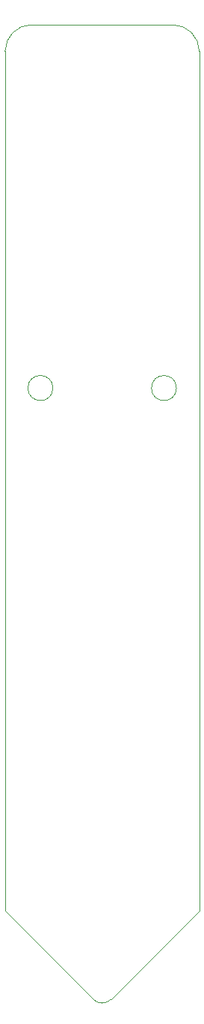
<source format=gbr>
G04 #@! TF.GenerationSoftware,KiCad,Pcbnew,(5.1.2-1)-1*
G04 #@! TF.CreationDate,2021-04-07T08:52:45+02:00*
G04 #@! TF.ProjectId,parasite,70617261-7369-4746-952e-6b696361645f,1.0.0*
G04 #@! TF.SameCoordinates,Original*
G04 #@! TF.FileFunction,Profile,NP*
%FSLAX46Y46*%
G04 Gerber Fmt 4.6, Leading zero omitted, Abs format (unit mm)*
G04 Created by KiCad (PCBNEW (5.1.2-1)-1) date 2021-04-07 08:52:45*
%MOMM*%
%LPD*%
G04 APERTURE LIST*
%ADD10C,0.050000*%
G04 APERTURE END LIST*
D10*
X60000000Y-27000000D02*
X76000000Y-27000000D01*
X79000000Y-30000000D02*
X79000000Y-127000000D01*
X57000000Y-30000000D02*
X57000000Y-127000000D01*
X68999999Y-136999999D02*
X79000000Y-127000000D01*
X67000001Y-136999999D02*
X57000000Y-127000000D01*
X68999999Y-136999999D02*
G75*
G02X67000001Y-136999999I-999999J999999D01*
G01*
X62414214Y-68000000D02*
G75*
G03X62414214Y-68000000I-1414214J0D01*
G01*
X76414214Y-68000000D02*
G75*
G03X76414214Y-68000000I-1414214J0D01*
G01*
X57000000Y-30000000D02*
G75*
G02X60000000Y-27000000I3000000J0D01*
G01*
X76000000Y-27000000D02*
G75*
G02X79000000Y-30000000I0J-3000000D01*
G01*
M02*

</source>
